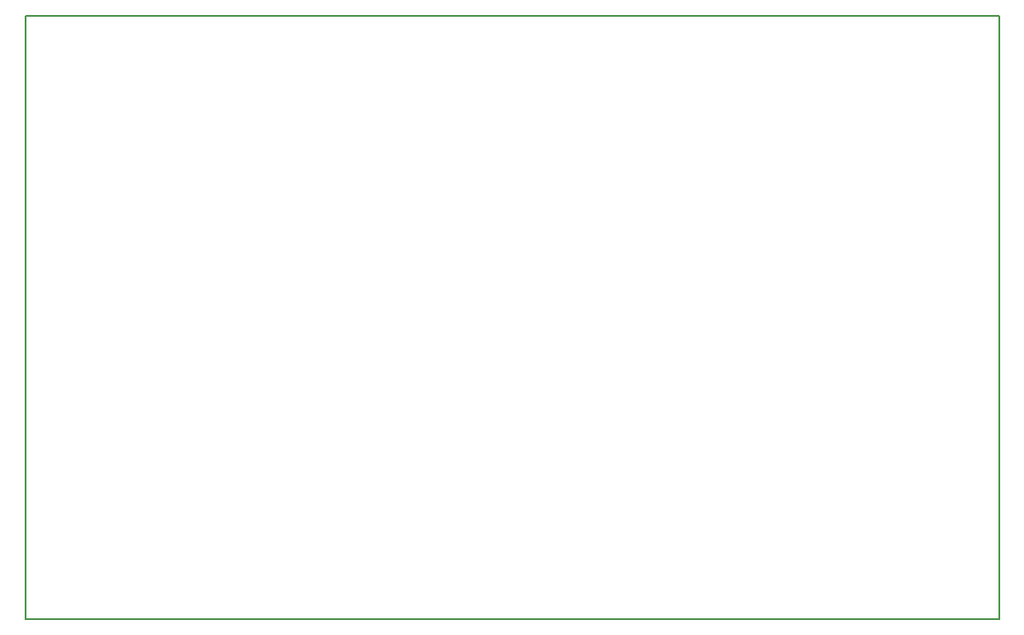
<source format=gbr>
%TF.GenerationSoftware,KiCad,Pcbnew,(6.0.0)*%
%TF.CreationDate,2022-02-01T22:46:00+00:00*%
%TF.ProjectId,AR488-Bluetooth,41523438-382d-4426-9c75-65746f6f7468,rev?*%
%TF.SameCoordinates,Original*%
%TF.FileFunction,Profile,NP*%
%FSLAX46Y46*%
G04 Gerber Fmt 4.6, Leading zero omitted, Abs format (unit mm)*
G04 Created by KiCad (PCBNEW (6.0.0)) date 2022-02-01 22:46:00*
%MOMM*%
%LPD*%
G01*
G04 APERTURE LIST*
%TA.AperFunction,Profile*%
%ADD10C,0.150000*%
%TD*%
G04 APERTURE END LIST*
D10*
X119888000Y-123952000D02*
X119888000Y-66040000D01*
X213360000Y-123952000D02*
X119888000Y-123952000D01*
X213360000Y-123952000D02*
X213360000Y-66040000D01*
X119888000Y-66040000D02*
X213360000Y-66040000D01*
M02*

</source>
